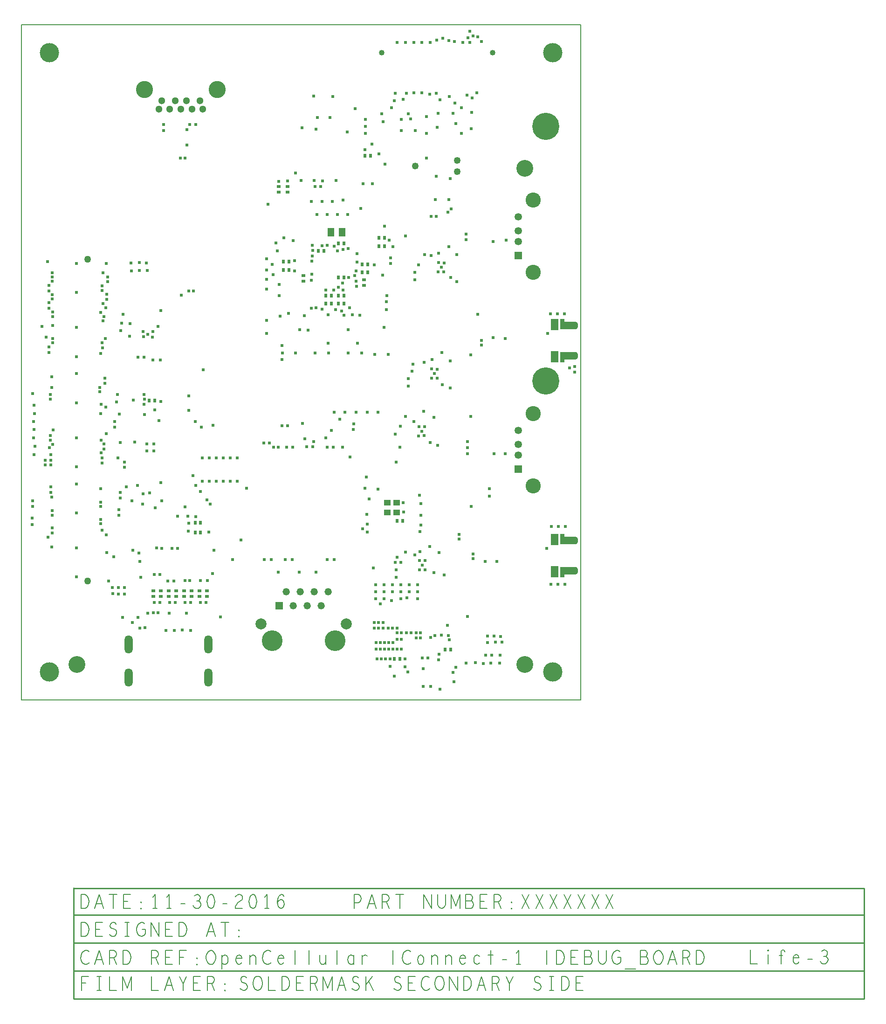
<source format=gbr>
G04 ================== begin FILE IDENTIFICATION RECORD ==================*
G04 Layout Name:  D:/shamshu/Dburg/final/OC_Connect-1_DEBUG_Life-3_final.brd*
G04 Film Name:    smse.gbr*
G04 File Format:  Gerber RS274X*
G04 File Origin:  Cadence Allegro 16.6-2015-S060*
G04 Origin Date:  Thu Dec 01 02:08:26 2016*
G04 *
G04 Layer:  VIA CLASS/SOLDERMASK_BOTTOM*
G04 Layer:  PIN/SOLDERMASK_BOTTOM*
G04 Layer:  PACKAGE GEOMETRY/SOLDERMASK_BOTTOM*
G04 Layer:  DRAWING FORMAT/SMSE*
G04 Layer:  DRAWING FORMAT/FILM_LABEL_OUTLINE*
G04 Layer:  BOARD GEOMETRY/OUTLINE*
G04 Layer:  BOARD GEOMETRY/SOLDERMASK_BOTTOM*
G04 *
G04 Offset:    (0.000 0.000)*
G04 Mirror:    No*
G04 Mode:      Positive*
G04 Rotation:  0*
G04 FullContactRelief:  No*
G04 UndefLineWidth:     6.000*
G04 ================== end FILE IDENTIFICATION RECORD ====================*
%FSLAX25Y25*MOIN*%
%IR0*IPPOS*OFA0.00000B0.00000*MIA0B0*SFA1.00000B1.00000*%
%AMMACRO32*
4,1,23,-.062008,.035925,
.050071,.035925,
.052666,.035031,
.055067,.0337,
.0572,.031973,
.059001,.029901,
.060415,.027548,
.061398,.024985,
.061922,.022291,
.062008,.020645,
.062008,.000397,
.061769,-.002338,
.061058,-.004989,
.059898,-.007477,
.058324,-.009726,
.056383,-.011667,
.054134,-.013242,
.051646,-.014402,
.048995,-.015112,
.047984,-.015257,
-.034449,-.015257,
-.034449,-.035926,
-.062008,-.035926,
-.062008,.035925,
0.0*
%
%ADD32MACRO32*%
%ADD12O,.059X.13*%
%ADD13C,.12*%
%AMMACRO33*
4,1,23,-.062008,-.035926,
.050071,-.035926,
.052666,-.035032,
.055067,-.033701,
.0572,-.031974,
.059001,-.029902,
.060415,-.027549,
.061398,-.024986,
.061922,-.022292,
.062008,-.020646,
.062008,-.000398,
.061769,.002337,
.061058,.004988,
.059898,.007476,
.058324,.009725,
.056383,.011666,
.054134,.013241,
.051646,.014401,
.048995,.015111,
.047984,.015256,
-.034449,.015256,
-.034449,.035925,
-.062008,.035925,
-.062008,-.035926,
0.0*
%
%ADD33MACRO33*%
%ADD27C,.108*%
%ADD22C,.148*%
%ADD31C,.194*%
%ADD15C,.122047*%
%ADD10C,.137795*%
%ADD16R,.03X.024*%
%ADD17R,.024X.03*%
%ADD14C,.05*%
%ADD11C,.024*%
%ADD23R,.051X.059*%
%ADD20C,.052*%
%ADD30C,.053*%
%ADD26C,.04016*%
%ADD19R,.052X.052*%
%ADD29R,.053X.053*%
%ADD21C,.079*%
%ADD18C,.051181*%
%ADD25C,.04937*%
%ADD24R,.045276X.043307*%
%ADD28R,.055118X.07874*%
%ADD34C,.01*%
%ADD35C,.006*%
G75*
%LPD*%
G75*
G54D10*
X20000Y20000D03*
Y462677D03*
X380000Y20000D03*
Y462677D03*
G54D20*
X189218Y77500D03*
X194218Y67500D03*
X199218Y77500D03*
X204218Y67500D03*
X209218Y77500D03*
X214218Y67500D03*
X219218Y77500D03*
G54D11*
X7500Y125500D03*
Y130000D03*
X7922Y142235D03*
X8000Y138500D03*
Y219000D03*
X9000Y175500D03*
Y193500D03*
X8500Y187500D03*
X9500Y181500D03*
X8500Y199075D03*
X9000Y210575D03*
X9250Y204750D03*
X72250Y59000D03*
X84518Y51500D03*
X79387Y55432D03*
X83318Y59000D03*
X73718Y75700D03*
X69318Y75800D03*
X65118Y75900D03*
X39218Y133750D03*
Y108750D03*
Y88000D03*
X62218Y85032D03*
X85153Y87565D03*
X21000Y148500D03*
X21500Y144875D03*
X22000Y135500D03*
Y132000D03*
Y123000D03*
Y119500D03*
X56500Y141500D03*
Y138500D03*
Y129000D03*
Y126000D03*
X84000Y105000D03*
X61000Y105500D03*
X79000Y142500D03*
X73618Y80500D03*
X69418D03*
X65100D03*
X79500Y107000D03*
X66000Y102500D03*
X84518Y99000D03*
X70500Y148500D03*
X69500Y136000D03*
X70500Y144500D03*
X69500Y132000D03*
X60500Y118000D03*
X21500Y109500D03*
X57500Y121500D03*
X19000Y116500D03*
X39218Y212500D03*
Y187500D03*
Y166750D03*
Y154500D03*
X21500Y223500D03*
X22225Y182662D03*
X19787Y180293D03*
X21000Y152500D03*
X56500Y151000D03*
X60250Y209250D03*
X60500Y190500D03*
X56000Y223500D03*
Y220500D03*
X57000Y185825D03*
X56876Y176845D03*
X70000Y204500D03*
X69000Y173000D03*
X75000Y152500D03*
X70500Y184000D03*
X81000Y184500D03*
X22500Y193000D03*
X56945Y211315D03*
X56500Y204725D03*
X73500Y166500D03*
X83000Y153500D03*
X73500Y170000D03*
X79950Y214500D03*
X68000Y213000D03*
X66500Y195000D03*
Y199000D03*
X20500Y215000D03*
Y218500D03*
X57500Y169500D03*
Y173000D03*
X68500Y218500D03*
X59000Y179500D03*
X20503Y185594D03*
X21000Y168000D03*
X17000D03*
X21000Y171500D03*
X17000D03*
X21000Y175375D03*
X20500Y188994D03*
X59000Y183000D03*
X14500Y267000D03*
X39218Y245500D03*
Y266250D03*
Y291250D03*
X22218Y255250D03*
Y258400D03*
Y267850D03*
Y274150D03*
Y277300D03*
X22000Y286625D03*
Y289775D03*
X56736Y247700D03*
X57736Y255500D03*
X57836Y251700D03*
X58218Y270875D03*
Y283475D03*
X60436Y280325D03*
X57736Y292800D03*
X57626Y296198D03*
X39218Y233250D03*
X83218Y244900D03*
X72618Y275800D03*
X21500Y231000D03*
X19500Y279900D03*
Y283900D03*
X61000Y286500D03*
Y290000D03*
X19500Y292500D03*
Y296500D03*
X59037Y274175D03*
X56675Y277175D03*
X19500Y248500D03*
X59500Y226500D03*
X19500Y252500D03*
X59500Y230000D03*
X77418Y259900D03*
X60000Y258275D03*
X17500Y259500D03*
X71000Y264000D03*
X71500Y269500D03*
X77518Y269200D03*
X39218Y312000D03*
X22000Y299350D03*
X58218Y305525D03*
X22000Y305500D03*
Y302500D03*
X60500Y312000D03*
X61500Y299000D03*
Y302500D03*
X18500Y313500D03*
X78518Y306800D03*
X84418Y307100D03*
X84218Y312700D03*
X78418Y312500D03*
X103118Y49659D03*
X109118Y49700D03*
X114918Y50100D03*
X121018Y49659D03*
X90118Y62100D03*
X117918Y62200D03*
X105682Y62000D03*
X142126Y59500D03*
X97716Y62390D03*
X94318Y62500D03*
X88218Y51600D03*
X94868Y69650D03*
X99008D03*
X105918Y69700D03*
X110058D03*
X116918D03*
X121058D03*
X127918D03*
X132058D03*
X100387Y108300D03*
X107649D03*
X111618Y131282D03*
X87000Y147500D03*
X117000Y138000D03*
X136500Y90500D03*
X156874Y114500D03*
X94798Y89700D03*
X98938D03*
X104600Y85000D03*
X109034Y85200D03*
X116917Y85299D03*
X120333D03*
X127917D03*
X132800Y85300D03*
X134000Y120000D03*
X124500Y131000D03*
X119168Y120750D03*
X119518Y126300D03*
X135000Y140000D03*
X111618Y108300D03*
X128000Y149000D03*
X86500Y140000D03*
X100118Y142500D03*
X95500Y137500D03*
X96450Y108800D03*
X132500Y143000D03*
X137500Y107000D03*
X151000Y100500D03*
X91500Y148000D03*
X119000Y131500D03*
X129218Y156400D03*
X154218D03*
X149218D03*
X144218D03*
X139218D03*
X134218D03*
X119718Y217500D03*
X124218Y199000D03*
X87918Y204000D03*
X87718Y211500D03*
X87818Y215100D03*
X99500Y155500D03*
X124500Y153500D03*
X98218Y199740D03*
X128500Y195000D03*
X95187Y207500D03*
X119718Y207000D03*
X122500Y160500D03*
X87618Y218500D03*
X137000Y196500D03*
X99500Y213500D03*
X89500Y178000D03*
X94500D03*
Y183000D03*
X129418Y173000D03*
X134418D03*
X154418D03*
X149418D03*
X144418D03*
X139418D03*
X89500Y183000D03*
X93518Y259500D03*
X93818Y263500D03*
X87018D03*
X87118Y259700D03*
X90418Y261500D03*
X114418Y289500D03*
X99500Y278300D03*
X99418Y242932D03*
X93918D03*
X87718Y245200D03*
X130000Y236000D03*
X119568Y292450D03*
X122968D03*
X97718Y266900D03*
X89818Y307100D03*
X89418Y312500D03*
X118418Y407677D03*
Y396677D03*
X113500Y387500D03*
X101557Y411443D03*
X120242Y411206D03*
X101557Y407151D03*
X124534Y411206D03*
X117000Y387500D03*
X210710Y91523D03*
X198718Y91532D03*
X183718D03*
X223718Y100442D03*
X218718D03*
X193718D03*
X178718D03*
X173718D03*
X188718D03*
X200962Y197700D03*
X183718Y180668D03*
X202618Y186800D03*
X229718Y180668D03*
X231362Y205604D03*
X223488D03*
X227518Y200668D03*
X217518Y187268D03*
X190118Y196200D03*
X161000Y151500D03*
X186150Y196100D03*
X221618Y192800D03*
X208884Y184866D03*
X180322Y180828D03*
X177288Y183535D03*
X222818Y180800D03*
X173148Y183535D03*
X208218Y181200D03*
X189568Y180850D03*
X204078Y181200D03*
X218600Y180800D03*
X193900Y180700D03*
X195961Y247900D03*
X219583D03*
X186449D03*
X210071D03*
X184150Y289200D03*
X184250Y297200D03*
X175250Y293800D03*
X217718Y293000D03*
X229818Y293100D03*
X219218Y254932D03*
X226518Y294900D03*
X186218Y253400D03*
X186118Y243500D03*
X230718Y275200D03*
X219218Y275300D03*
X202218Y274800D03*
X175118Y271500D03*
X190818Y276400D03*
X223218Y293000D03*
X224568Y279150D03*
X228950Y278104D03*
X175418Y262000D03*
X199018Y264700D03*
X205018Y264500D03*
X207118Y280200D03*
X210736Y280300D03*
X214989Y279471D03*
X185018Y274400D03*
X200000Y371500D03*
X215200Y371200D03*
X175250Y300600D03*
Y307400D03*
Y315400D03*
X182087Y326700D03*
X194218Y328232D03*
X187718Y330417D03*
X225918Y347168D03*
X218697D03*
X211218Y347200D03*
X222418Y356468D03*
X214918D03*
X207418D03*
X225918Y321200D03*
X179835Y303906D03*
X179401Y311265D03*
X207228Y300038D03*
X207918Y317300D03*
X209200Y371300D03*
X224800D03*
X176118Y354500D03*
X229618Y298100D03*
X195318Y313900D03*
X195118Y306700D03*
X229818Y322100D03*
X182918Y321100D03*
X208418Y321300D03*
X207718Y304400D03*
X230018Y357500D03*
X233318Y347200D03*
X207768Y313850D03*
X223613Y324500D03*
X218718Y325200D03*
X214818Y324800D03*
X207828Y325190D03*
X183900Y370800D03*
X190200Y370900D03*
X214000Y367200D03*
X209968Y366900D03*
X211700Y416500D03*
X210500Y408000D03*
X200500Y409000D03*
X220600Y416500D03*
X208900Y431600D03*
X196000Y376800D03*
X232800Y406000D03*
X222500Y431500D03*
X305918Y42900D03*
X305218Y46200D03*
X300218Y46500D03*
X295518Y46200D03*
X282218Y44500D03*
X285218D03*
X268718Y51500D03*
X255218D03*
X258718D03*
X262218D03*
X265218D03*
X274218Y23732D03*
X252218Y55500D03*
X255218D03*
X278718Y48000D03*
X285218D03*
X282218D03*
X275218D03*
X271718D03*
X268718D03*
X252218Y51500D03*
X292550Y44542D03*
X271718Y43500D03*
X266718Y16968D03*
X263550Y24000D03*
X258718Y55500D03*
X268718Y43500D03*
X290718Y30000D03*
X286718D03*
X287218Y22500D03*
X283318Y72300D03*
X271318D03*
X259318D03*
X253318D03*
X275718Y73100D03*
X256718Y68853D03*
X264718Y70987D03*
X299218Y7647D03*
X292718Y9832D03*
X287218D03*
X253718Y41000D03*
X268718Y36500D03*
X265718D03*
X262718D03*
X271718D03*
X259718Y41000D03*
X262718D03*
X265718D03*
X256718D03*
X253718Y36500D03*
X256718D03*
X259718D03*
X254218Y29500D03*
X257218D03*
X260218D03*
X263550D03*
X298718Y32816D03*
X274218Y29500D03*
X298365Y28700D03*
X276218Y20000D03*
X304618Y53300D03*
X286518Y96500D03*
X284618Y99700D03*
X288518Y99600D03*
X284518Y93200D03*
X288518Y93100D03*
X247250Y125700D03*
Y120100D03*
X244018Y122232D03*
X251571Y94500D03*
X246950Y132800D03*
X274718Y105613D03*
X302218Y89432D03*
X298518Y105513D03*
X285618Y125200D03*
X284718Y146400D03*
X285518Y140400D03*
X285589Y131916D03*
X273247Y134484D03*
X281234Y103635D03*
X285018Y106144D03*
X268618Y102000D03*
X267118Y98500D03*
X271218Y98476D03*
X267850Y93200D03*
Y87700D03*
X283318Y77300D03*
X277318D03*
X271318D03*
X265318D03*
X259318D03*
X253318D03*
X283318Y82300D03*
X277318D03*
X271318D03*
X265318D03*
X259318D03*
X253318D03*
X295018Y91044D03*
X292018Y109600D03*
X248618Y143800D03*
X285000Y120500D03*
X273000Y141000D03*
X287918Y189000D03*
X283968Y188700D03*
X288118Y195300D03*
X284218Y195400D03*
X286118Y192200D03*
X297518Y182032D03*
X274518Y202868D03*
X306718Y223132D03*
X267818Y170200D03*
X254984Y205604D03*
X247110D03*
X239236D03*
X254818Y150768D03*
X280729Y199108D03*
X287581Y206500D03*
X270550Y180800D03*
X267350Y190200D03*
X271018Y195700D03*
X237487Y197468D03*
X245518Y151500D03*
X246518Y159500D03*
X292418Y184200D03*
X294818Y202200D03*
X237318Y193532D03*
X234818Y173632D03*
X260887Y278900D03*
X295318Y233400D03*
X293418Y236600D03*
X297318Y236500D03*
X293168Y229900D03*
X297118Y230200D03*
X261249Y288900D03*
X260987Y284700D03*
X252662Y247000D03*
X233693Y247900D03*
X262174Y247000D03*
X243205Y247900D03*
X280018Y240100D03*
X306718Y242469D03*
X287918Y241500D03*
X239618Y295700D03*
X293581Y243300D03*
X276550Y224300D03*
Y229800D03*
X279218Y235200D03*
X240318Y255100D03*
X300618Y248300D03*
X301018Y225400D03*
X259418Y266500D03*
X234500Y280500D03*
X233518Y264700D03*
X236500Y275500D03*
X242018Y274900D03*
X274618Y331700D03*
X233887Y301900D03*
X300118Y309400D03*
X298218Y312600D03*
X302118Y312500D03*
X297968Y305900D03*
X301918Y306200D03*
X258318Y303778D03*
X305774Y357800D03*
X295974D03*
X288418Y318368D03*
X293018Y317600D03*
X262918Y328700D03*
X259587Y338600D03*
X239318Y306800D03*
X252218Y311000D03*
X244300Y369100D03*
X251000Y369000D03*
X298281Y319300D03*
X281250Y300300D03*
Y305800D03*
X283918Y311200D03*
X264018Y312147D03*
Y316152D03*
X305718Y324000D03*
X306918Y302200D03*
X239118Y299300D03*
X239818Y312950D03*
X238318Y303500D03*
X296718Y345800D03*
X239918Y319000D03*
X242718Y351500D03*
X293056Y345800D03*
X304787Y348669D03*
X233518Y322800D03*
X265700Y324100D03*
X278437Y415500D03*
X257532Y418969D03*
X276468Y419032D03*
X289563Y405000D03*
X299350Y429050D03*
X296600Y433700D03*
X292000Y433000D03*
X286406Y434100D03*
X306618Y372700D03*
X296718Y374300D03*
X289718Y387500D03*
X255500Y390500D03*
X245500Y393500D03*
X267200Y433700D03*
X275400D03*
X280500Y434100D03*
X238700Y422800D03*
X289500Y417000D03*
X258500Y413500D03*
X297294Y409500D03*
X260000Y383000D03*
X264500Y423500D03*
X273000Y429500D03*
X271500Y407000D03*
X266500Y428500D03*
X246000Y405132D03*
Y410131D03*
X250700Y397300D03*
X246000Y415131D03*
X306095Y431300D03*
X271500Y415000D03*
X281668Y407000D03*
X298000Y419500D03*
X268698Y470100D03*
X274604D03*
X280509D03*
X286415D03*
X292320D03*
X297100Y471700D03*
X305516Y471484D03*
X301400Y472900D03*
X343518Y41500D03*
X338818Y41400D03*
X333418Y41000D03*
X342618Y45500D03*
X338018Y45700D03*
X333118Y45600D03*
X318818Y59700D03*
X309218Y13032D03*
X310518Y23500D03*
X308552Y19658D03*
X331918Y31900D03*
X336318Y32100D03*
X342118D03*
X341918Y26300D03*
X335718D03*
X330218Y26200D03*
X317918Y26300D03*
X324718Y26600D03*
X378818Y124100D03*
X378618Y82600D03*
X339794Y99000D03*
X331642D03*
X321618Y138400D03*
X375618Y108300D03*
X322818Y100900D03*
X313038Y118500D03*
X322818Y104300D03*
X313038Y115100D03*
X334596Y145655D03*
X346092Y175926D03*
X337940D03*
X318787Y184800D03*
X321318Y202700D03*
X318918Y176100D03*
Y180400D03*
X334579Y151155D03*
X378218Y275900D03*
X346092Y258400D03*
X337218Y259100D03*
X326118Y275800D03*
X376118Y261900D03*
X329018Y253700D03*
X328918Y257173D03*
X321318Y246700D03*
X346718Y328626D03*
X337168Y327650D03*
X311418Y299132D03*
Y318468D03*
X318017Y329199D03*
X317916Y332894D03*
X307418Y351000D03*
X310706Y412000D03*
X321468Y408532D03*
X325776Y434100D03*
X318700Y432500D03*
X308500Y419500D03*
X322000Y420000D03*
X322400Y430500D03*
X310032Y426800D03*
X314500Y405000D03*
Y423500D03*
X315700Y470100D03*
X329000Y470700D03*
X319343Y473450D03*
X322900Y474700D03*
X326300Y473900D03*
X320700Y470200D03*
X320500Y478100D03*
X309700Y470600D03*
X388818Y124100D03*
X383818D03*
X388618Y82600D03*
X383618D03*
X388218Y275900D03*
X383218D03*
X395500Y238500D03*
Y234500D03*
X392000Y237500D03*
G54D21*
X171226Y54508D03*
X232210D03*
G54D30*
X355118Y174942D03*
Y182816D03*
Y192659D03*
Y327642D03*
Y335516D03*
Y345359D03*
G54D12*
X76475Y16103D03*
Y39567D03*
X133561Y16103D03*
Y39567D03*
G54D31*
X374998Y228000D03*
Y410038D03*
G54D22*
X179218Y42500D03*
X224218D03*
G54D13*
X39718Y25300D03*
X360000D03*
Y380000D03*
G54D23*
X221381Y334400D03*
X229255D03*
G54D14*
X47218Y84875D03*
Y315125D03*
G54D32*
X391479Y91442D03*
Y245042D03*
G54D24*
X261653Y141000D03*
X268346D03*
X261653Y134000D03*
X268346D03*
G54D15*
X88052Y436282D03*
X139784D03*
G54D33*
X391479Y114965D03*
Y268565D03*
G54D34*
G01X37218Y-193700D02*
X602518D01*
G01X37218Y-213700D02*
X602718D01*
Y-134771D01*
G01X37218Y-173700D02*
X602718D01*
G01X37218Y-153700D02*
X602618D01*
G01X37218Y-134300D02*
Y-213700D01*
G01Y-134500D02*
X602718D01*
G54D25*
X281618Y381600D03*
X311618Y377600D03*
Y385600D03*
G54D16*
X116118Y74032D03*
X121618D03*
X105118D03*
X110618D03*
X127118D03*
X132618D03*
X94118D03*
X99618D03*
X116118Y77968D03*
X121618D03*
X105118D03*
X110618D03*
X127118D03*
X132618D03*
X94118D03*
X99618D03*
X183800Y366968D03*
Y363032D03*
X190300Y366968D03*
Y363032D03*
X201518Y303400D03*
Y299463D03*
X244818Y296332D03*
Y300268D03*
G54D35*
G01X0Y0D02*
X400000D01*
Y482677D01*
X0D01*
Y0D01*
G01X42718Y-149000D02*
Y-139000D01*
X45218D01*
X46218Y-139500D01*
X46968Y-140167D01*
X47593Y-141166D01*
X48093Y-142334D01*
X48218Y-144000D01*
X48093Y-145667D01*
X47593Y-146834D01*
X46968Y-147834D01*
X46218Y-148500D01*
X45218Y-149000D01*
X42718D01*
G01X52343D02*
X55468Y-139000D01*
X58593Y-149000D01*
G01X57468Y-145500D02*
X53468D01*
G01X65468Y-139000D02*
Y-149000D01*
G01X62593Y-139000D02*
X68343D01*
G01X77968Y-149000D02*
X72968D01*
Y-139000D01*
X77968D01*
G01X75968Y-143833D02*
X72968D01*
G01X85468Y-149333D02*
X85218Y-149167D01*
Y-148833D01*
X85468Y-148667D01*
X85718Y-148833D01*
Y-149167D01*
X85468Y-149333D01*
G01Y-144834D02*
X85218Y-144667D01*
Y-144333D01*
X85468Y-144167D01*
X85718Y-144333D01*
Y-144667D01*
X85468Y-144834D01*
G01X95468Y-149000D02*
Y-139000D01*
X93968Y-141000D01*
G01Y-149000D02*
X96968D01*
G01X105468D02*
Y-139000D01*
X103968Y-141000D01*
G01Y-149000D02*
X106968D01*
G01X113843Y-145667D02*
X117093D01*
G01X122718Y-147000D02*
X123468Y-148167D01*
X124468Y-148833D01*
X125593Y-149000D01*
X126593Y-148833D01*
X127593Y-148000D01*
X128218Y-147000D01*
X128343Y-146000D01*
X128093Y-144834D01*
X127218Y-144000D01*
X126343Y-143667D01*
X125218D01*
G01X126343D02*
X127093Y-143167D01*
X127718Y-142334D01*
X127968Y-141333D01*
X127718Y-140333D01*
X127093Y-139500D01*
X125968Y-139000D01*
X124843Y-139167D01*
X123718Y-139834D01*
G01X135468Y-139000D02*
X134468Y-139333D01*
X133718Y-140167D01*
X133218Y-141166D01*
X132843Y-142500D01*
X132718Y-144000D01*
X132843Y-145500D01*
X133218Y-146834D01*
X133718Y-147834D01*
X134468Y-148667D01*
X135468Y-149000D01*
X136468Y-148667D01*
X137218Y-147834D01*
X137718Y-146834D01*
X138093Y-145500D01*
X138218Y-144000D01*
X138093Y-142500D01*
X137718Y-141166D01*
X137218Y-140167D01*
X136468Y-139333D01*
X135468Y-139000D01*
G01X143843Y-145667D02*
X147093D01*
G01X153093Y-140667D02*
X153843Y-139667D01*
X154718Y-139167D01*
X155718Y-139000D01*
X156968Y-139333D01*
X157843Y-140167D01*
X158093Y-141166D01*
X157968Y-142167D01*
X157468Y-143000D01*
X154968Y-144667D01*
X153843Y-145833D01*
X153093Y-147500D01*
X152843Y-149000D01*
X158093D01*
G01X165468Y-139000D02*
X164468Y-139333D01*
X163718Y-140167D01*
X163218Y-141166D01*
X162843Y-142500D01*
X162718Y-144000D01*
X162843Y-145500D01*
X163218Y-146834D01*
X163718Y-147834D01*
X164468Y-148667D01*
X165468Y-149000D01*
X166468Y-148667D01*
X167218Y-147834D01*
X167718Y-146834D01*
X168093Y-145500D01*
X168218Y-144000D01*
X168093Y-142500D01*
X167718Y-141166D01*
X167218Y-140167D01*
X166468Y-139333D01*
X165468Y-139000D01*
G01X175468Y-149000D02*
Y-139000D01*
X173968Y-141000D01*
G01Y-149000D02*
X176968D01*
G01X183093Y-144834D02*
X183968Y-143667D01*
X184718Y-143000D01*
X185718Y-142667D01*
X186593Y-143000D01*
X187218Y-143667D01*
X187718Y-144667D01*
X187843Y-145833D01*
X187718Y-146834D01*
X187218Y-147834D01*
X186468Y-148667D01*
X185593Y-149000D01*
X184593Y-148667D01*
X183718Y-147667D01*
X183218Y-146167D01*
X183093Y-144500D01*
X183343Y-142334D01*
X183718Y-141166D01*
X184343Y-140000D01*
X185218Y-139167D01*
X186093Y-139000D01*
X186968Y-139333D01*
X187593Y-140167D01*
G01X42718Y-169000D02*
Y-159000D01*
X45218D01*
X46218Y-159500D01*
X46968Y-160167D01*
X47593Y-161166D01*
X48093Y-162334D01*
X48218Y-164000D01*
X48093Y-165667D01*
X47593Y-166834D01*
X46968Y-167834D01*
X46218Y-168500D01*
X45218Y-169000D01*
X42718D01*
G01X57968D02*
X52968D01*
Y-159000D01*
X57968D01*
G01X55968Y-163833D02*
X52968D01*
G01X62843Y-167667D02*
X63843Y-168500D01*
X64968Y-169000D01*
X65968D01*
X66968Y-168500D01*
X67718Y-167667D01*
X68093Y-166500D01*
X67843Y-165334D01*
X67218Y-164333D01*
X66093Y-163667D01*
X64593Y-163333D01*
X63718Y-162667D01*
X63343Y-161500D01*
X63593Y-160333D01*
X64218Y-159500D01*
X65093Y-159000D01*
X65968D01*
X66843Y-159333D01*
X67593Y-160167D01*
G01X73968Y-159000D02*
X76968D01*
G01X75468D02*
Y-169000D01*
G01X73968D02*
X76968D01*
G01X86218Y-164000D02*
X88718D01*
Y-167000D01*
X87968Y-168000D01*
X87093Y-168667D01*
X85843Y-169000D01*
X84593Y-168667D01*
X83718Y-168000D01*
X82968Y-167000D01*
X82468Y-165833D01*
X82218Y-164500D01*
Y-163333D01*
X82468Y-162334D01*
X82968Y-161166D01*
X83718Y-160167D01*
X84468Y-159500D01*
X85468Y-159000D01*
X86343D01*
X87343Y-159333D01*
X88093Y-160000D01*
G01X92593Y-169000D02*
Y-159000D01*
X98343Y-169000D01*
Y-159000D01*
G01X107968Y-169000D02*
X102968D01*
Y-159000D01*
X107968D01*
G01X105968Y-163833D02*
X102968D01*
G01X112718Y-169000D02*
Y-159000D01*
X115218D01*
X116218Y-159500D01*
X116968Y-160167D01*
X117593Y-161166D01*
X118093Y-162334D01*
X118218Y-164000D01*
X118093Y-165667D01*
X117593Y-166834D01*
X116968Y-167834D01*
X116218Y-168500D01*
X115218Y-169000D01*
X112718D01*
G01X132343D02*
X135468Y-159000D01*
X138593Y-169000D01*
G01X137468Y-165500D02*
X133468D01*
G01X145468Y-159000D02*
Y-169000D01*
G01X142593Y-159000D02*
X148343D01*
G01X155468Y-169333D02*
X155218Y-169167D01*
Y-168833D01*
X155468Y-168667D01*
X155718Y-168833D01*
Y-169167D01*
X155468Y-169333D01*
G01Y-164834D02*
X155218Y-164667D01*
Y-164333D01*
X155468Y-164167D01*
X155718Y-164333D01*
Y-164667D01*
X155468Y-164834D01*
G01X43093Y-207500D02*
Y-197500D01*
X47843D01*
G01X46093Y-202333D02*
X43093D01*
G01X53968Y-197500D02*
X56968D01*
G01X55468D02*
Y-207500D01*
G01X53968D02*
X56968D01*
G01X62968Y-197500D02*
Y-207500D01*
X67968D01*
G01X72218D02*
Y-197500D01*
X75468Y-205833D01*
X78718Y-197500D01*
Y-207500D01*
G01X92968Y-197500D02*
Y-207500D01*
X97968D01*
G01X102343D02*
X105468Y-197500D01*
X108593Y-207500D01*
G01X107468Y-204000D02*
X103468D01*
G01X115468Y-207500D02*
Y-203000D01*
X112968Y-197500D01*
G01X117968D02*
X115468Y-203000D01*
G01X127968Y-207500D02*
X122968D01*
Y-197500D01*
X127968D01*
G01X125968Y-202333D02*
X122968D01*
G01X132968Y-207500D02*
Y-197500D01*
X136093D01*
X137093Y-198000D01*
X137718Y-198667D01*
X137968Y-200000D01*
X137718Y-201333D01*
X136968Y-202167D01*
X136093Y-202667D01*
X132968D01*
G01X136093D02*
X137968Y-207500D01*
G01X145468Y-207833D02*
X145218Y-207667D01*
Y-207333D01*
X145468Y-207167D01*
X145718Y-207333D01*
Y-207667D01*
X145468Y-207833D01*
G01Y-203334D02*
X145218Y-203167D01*
Y-202833D01*
X145468Y-202667D01*
X145718Y-202833D01*
Y-203167D01*
X145468Y-203334D01*
G01X48218Y-179834D02*
X47468Y-179333D01*
X46593Y-179000D01*
X45593D01*
X44468Y-179500D01*
X43593Y-180333D01*
X42968Y-181333D01*
X42468Y-183000D01*
X42343Y-184500D01*
X42593Y-186000D01*
X42968Y-187000D01*
X43718Y-188000D01*
X44593Y-188667D01*
X45468Y-189000D01*
X46343D01*
X47218Y-188667D01*
X47968Y-188167D01*
X48593Y-187500D01*
G01X52343Y-189000D02*
X55468Y-179000D01*
X58593Y-189000D01*
G01X57468Y-185500D02*
X53468D01*
G01X62968Y-189000D02*
Y-179000D01*
X66093D01*
X67093Y-179500D01*
X67718Y-180167D01*
X67968Y-181500D01*
X67718Y-182833D01*
X66968Y-183667D01*
X66093Y-184167D01*
X62968D01*
G01X66093D02*
X67968Y-189000D01*
G01X72718D02*
Y-179000D01*
X75218D01*
X76218Y-179500D01*
X76968Y-180167D01*
X77593Y-181166D01*
X78093Y-182334D01*
X78218Y-184000D01*
X78093Y-185667D01*
X77593Y-186834D01*
X76968Y-187834D01*
X76218Y-188500D01*
X75218Y-189000D01*
X72718D01*
G01X92968D02*
Y-179000D01*
X96093D01*
X97093Y-179500D01*
X97718Y-180167D01*
X97968Y-181500D01*
X97718Y-182833D01*
X96968Y-183667D01*
X96093Y-184167D01*
X92968D01*
G01X96093D02*
X97968Y-189000D01*
G01X107968D02*
X102968D01*
Y-179000D01*
X107968D01*
G01X105968Y-183833D02*
X102968D01*
G01X113093Y-189000D02*
Y-179000D01*
X117843D01*
G01X116093Y-183833D02*
X113093D01*
G01X125468Y-189333D02*
X125218Y-189167D01*
Y-188833D01*
X125468Y-188667D01*
X125718Y-188833D01*
Y-189167D01*
X125468Y-189333D01*
G01Y-184834D02*
X125218Y-184667D01*
Y-184333D01*
X125468Y-184167D01*
X125718Y-184333D01*
Y-184667D01*
X125468Y-184834D01*
G01X135468Y-189000D02*
X134468Y-188833D01*
X133593Y-188167D01*
X132843Y-187167D01*
X132343Y-186000D01*
X132093Y-184667D01*
Y-183333D01*
X132343Y-182000D01*
X132843Y-180833D01*
X133593Y-179834D01*
X134468Y-179167D01*
X135468Y-179000D01*
X136468Y-179167D01*
X137343Y-179834D01*
X138093Y-180833D01*
X138593Y-182000D01*
X138843Y-183333D01*
Y-184667D01*
X138593Y-186000D01*
X138093Y-187167D01*
X137343Y-188167D01*
X136468Y-188833D01*
X135468Y-189000D01*
G01X143218Y-192333D02*
Y-182334D01*
G01Y-183833D02*
X143843Y-183000D01*
X144468Y-182500D01*
X145468Y-182334D01*
X146343Y-182500D01*
X147218Y-183333D01*
X147593Y-184500D01*
X147718Y-185667D01*
X147593Y-186834D01*
X147218Y-188000D01*
X146468Y-188667D01*
X145468Y-189000D01*
X144593Y-188833D01*
X143718Y-188334D01*
X143218Y-187667D01*
G01X153593Y-184500D02*
X157593D01*
X157218Y-183333D01*
X156593Y-182667D01*
X155718Y-182334D01*
X154843Y-182500D01*
X154093Y-183000D01*
X153593Y-184167D01*
X153343Y-185167D01*
Y-186167D01*
X153593Y-187167D01*
X154218Y-188167D01*
X154968Y-188833D01*
X155843Y-189000D01*
X156718Y-188667D01*
X157593Y-187667D01*
G01X163343Y-189000D02*
Y-182334D01*
G01Y-184000D02*
X163843Y-183167D01*
X164593Y-182500D01*
X165593Y-182334D01*
X166468Y-182500D01*
X167218Y-183167D01*
X167593Y-184333D01*
Y-189000D01*
G01X178218Y-179834D02*
X177468Y-179333D01*
X176593Y-179000D01*
X175593D01*
X174468Y-179500D01*
X173593Y-180333D01*
X172968Y-181333D01*
X172468Y-183000D01*
X172343Y-184500D01*
X172593Y-186000D01*
X172968Y-187000D01*
X173718Y-188000D01*
X174593Y-188667D01*
X175468Y-189000D01*
X176343D01*
X177218Y-188667D01*
X177968Y-188167D01*
X178593Y-187500D01*
G01X183593Y-184500D02*
X187593D01*
X187218Y-183333D01*
X186593Y-182667D01*
X185718Y-182334D01*
X184843Y-182500D01*
X184093Y-183000D01*
X183593Y-184167D01*
X183343Y-185167D01*
Y-186167D01*
X183593Y-187167D01*
X184218Y-188167D01*
X184968Y-188833D01*
X185843Y-189000D01*
X186718Y-188667D01*
X187593Y-187667D01*
G01X195468Y-189000D02*
Y-179000D01*
G01X205468Y-189000D02*
Y-179000D01*
G01X213343Y-182334D02*
Y-187000D01*
X213843Y-188167D01*
X214593Y-188833D01*
X215468Y-189000D01*
X216343Y-188833D01*
X217093Y-188167D01*
X217593Y-187000D01*
G01Y-189000D02*
Y-182334D01*
G01X225468Y-189000D02*
Y-179000D01*
G01X237718Y-189000D02*
Y-182334D01*
G01Y-183500D02*
X237218Y-182833D01*
X236468Y-182500D01*
X235593Y-182334D01*
X234718Y-182667D01*
X233968Y-183333D01*
X233468Y-184333D01*
X233218Y-185667D01*
X233468Y-187000D01*
X233968Y-188000D01*
X234718Y-188667D01*
X235593Y-189000D01*
X236468Y-188833D01*
X237218Y-188334D01*
X237718Y-187667D01*
G01X243718Y-189000D02*
Y-182334D01*
G01Y-183667D02*
X244343Y-183000D01*
X244968Y-182500D01*
X245843Y-182334D01*
X246468Y-182500D01*
X247218Y-183000D01*
G01X265468Y-189000D02*
Y-179000D01*
G01X278218Y-179834D02*
X277468Y-179333D01*
X276593Y-179000D01*
X275593D01*
X274468Y-179500D01*
X273593Y-180333D01*
X272968Y-181333D01*
X272468Y-183000D01*
X272343Y-184500D01*
X272593Y-186000D01*
X272968Y-187000D01*
X273718Y-188000D01*
X274593Y-188667D01*
X275468Y-189000D01*
X276343D01*
X277218Y-188667D01*
X277968Y-188167D01*
X278593Y-187500D01*
G01X285468Y-189000D02*
X284718Y-188833D01*
X283968Y-188167D01*
X283468Y-187000D01*
X283218Y-185667D01*
X283468Y-184333D01*
X283968Y-183167D01*
X284718Y-182500D01*
X285468Y-182334D01*
X286218Y-182500D01*
X286968Y-183167D01*
X287468Y-184333D01*
X287593Y-185667D01*
X287468Y-187000D01*
X286968Y-188167D01*
X286218Y-188833D01*
X285468Y-189000D01*
G01X293343D02*
Y-182334D01*
G01Y-184000D02*
X293843Y-183167D01*
X294593Y-182500D01*
X295593Y-182334D01*
X296468Y-182500D01*
X297218Y-183167D01*
X297593Y-184333D01*
Y-189000D01*
G01X303343D02*
Y-182334D01*
G01Y-184000D02*
X303843Y-183167D01*
X304593Y-182500D01*
X305593Y-182334D01*
X306468Y-182500D01*
X307218Y-183167D01*
X307593Y-184333D01*
Y-189000D01*
G01X313593Y-184500D02*
X317593D01*
X317218Y-183333D01*
X316593Y-182667D01*
X315718Y-182334D01*
X314843Y-182500D01*
X314093Y-183000D01*
X313593Y-184167D01*
X313343Y-185167D01*
Y-186167D01*
X313593Y-187167D01*
X314218Y-188167D01*
X314968Y-188833D01*
X315843Y-189000D01*
X316718Y-188667D01*
X317593Y-187667D01*
G01X327468Y-183167D02*
X326593Y-182500D01*
X325843Y-182334D01*
X324843Y-182667D01*
X324093Y-183333D01*
X323593Y-184500D01*
X323468Y-185667D01*
X323593Y-186834D01*
X324093Y-187834D01*
X324843Y-188667D01*
X325843Y-189000D01*
X326718Y-188667D01*
X327468Y-188000D01*
G01X335468Y-179000D02*
Y-189000D01*
G01X333718Y-182334D02*
X337218D01*
G01X343843Y-185667D02*
X347093D01*
G01X355468Y-189000D02*
Y-179000D01*
X353968Y-181000D01*
G01Y-189000D02*
X356968D01*
G01X375468D02*
Y-179000D01*
G01X382718Y-189000D02*
Y-179000D01*
X385218D01*
X386218Y-179500D01*
X386968Y-180167D01*
X387593Y-181166D01*
X388093Y-182334D01*
X388218Y-184000D01*
X388093Y-185667D01*
X387593Y-186834D01*
X386968Y-187834D01*
X386218Y-188500D01*
X385218Y-189000D01*
X382718D01*
G01X397968D02*
X392968D01*
Y-179000D01*
X397968D01*
G01X395968Y-183833D02*
X392968D01*
G01X406468Y-183667D02*
X406968Y-183167D01*
X407343Y-182334D01*
X407593Y-181166D01*
X407343Y-180167D01*
X406843Y-179500D01*
X405968Y-179000D01*
X402593D01*
Y-189000D01*
X406718D01*
X407593Y-188334D01*
X408093Y-187333D01*
X408343Y-186167D01*
X408093Y-185000D01*
X407343Y-184000D01*
X406468Y-183667D01*
X402593D01*
G01X412718Y-179000D02*
Y-186167D01*
X413218Y-187667D01*
X414218Y-188667D01*
X415468Y-189000D01*
X416718Y-188667D01*
X417718Y-187667D01*
X418218Y-186167D01*
Y-179000D01*
G01X426218Y-184000D02*
X428718D01*
Y-187000D01*
X427968Y-188000D01*
X427093Y-188667D01*
X425843Y-189000D01*
X424593Y-188667D01*
X423718Y-188000D01*
X422968Y-187000D01*
X422468Y-185833D01*
X422218Y-184500D01*
Y-183333D01*
X422468Y-182334D01*
X422968Y-181166D01*
X423718Y-180167D01*
X424468Y-179500D01*
X425468Y-179000D01*
X426343D01*
X427343Y-179333D01*
X428093Y-180000D01*
G01X431718Y-192333D02*
X439218D01*
G01X446468Y-183667D02*
X446968Y-183167D01*
X447343Y-182334D01*
X447593Y-181166D01*
X447343Y-180167D01*
X446843Y-179500D01*
X445968Y-179000D01*
X442593D01*
Y-189000D01*
X446718D01*
X447593Y-188334D01*
X448093Y-187333D01*
X448343Y-186167D01*
X448093Y-185000D01*
X447343Y-184000D01*
X446468Y-183667D01*
X442593D01*
G01X455468Y-189000D02*
X454468Y-188833D01*
X453593Y-188167D01*
X452843Y-187167D01*
X452343Y-186000D01*
X452093Y-184667D01*
Y-183333D01*
X452343Y-182000D01*
X452843Y-180833D01*
X453593Y-179834D01*
X454468Y-179167D01*
X455468Y-179000D01*
X456468Y-179167D01*
X457343Y-179834D01*
X458093Y-180833D01*
X458593Y-182000D01*
X458843Y-183333D01*
Y-184667D01*
X458593Y-186000D01*
X458093Y-187167D01*
X457343Y-188167D01*
X456468Y-188833D01*
X455468Y-189000D01*
G01X462343D02*
X465468Y-179000D01*
X468593Y-189000D01*
G01X467468Y-185500D02*
X463468D01*
G01X472968Y-189000D02*
Y-179000D01*
X476093D01*
X477093Y-179500D01*
X477718Y-180167D01*
X477968Y-181500D01*
X477718Y-182833D01*
X476968Y-183667D01*
X476093Y-184167D01*
X472968D01*
G01X476093D02*
X477968Y-189000D01*
G01X482718D02*
Y-179000D01*
X485218D01*
X486218Y-179500D01*
X486968Y-180167D01*
X487593Y-181166D01*
X488093Y-182334D01*
X488218Y-184000D01*
X488093Y-185667D01*
X487593Y-186834D01*
X486968Y-187834D01*
X486218Y-188500D01*
X485218Y-189000D01*
X482718D01*
G01X156343Y-206167D02*
X157343Y-207000D01*
X158468Y-207500D01*
X159468D01*
X160468Y-207000D01*
X161218Y-206167D01*
X161593Y-205000D01*
X161343Y-203834D01*
X160718Y-202833D01*
X159593Y-202167D01*
X158093Y-201833D01*
X157218Y-201167D01*
X156843Y-200000D01*
X157093Y-198833D01*
X157718Y-198000D01*
X158593Y-197500D01*
X159468D01*
X160343Y-197833D01*
X161093Y-198667D01*
G01X168968Y-207500D02*
X167968Y-207333D01*
X167093Y-206667D01*
X166343Y-205667D01*
X165843Y-204500D01*
X165593Y-203167D01*
Y-201833D01*
X165843Y-200500D01*
X166343Y-199333D01*
X167093Y-198334D01*
X167968Y-197667D01*
X168968Y-197500D01*
X169968Y-197667D01*
X170843Y-198334D01*
X171593Y-199333D01*
X172093Y-200500D01*
X172343Y-201833D01*
Y-203167D01*
X172093Y-204500D01*
X171593Y-205667D01*
X170843Y-206667D01*
X169968Y-207333D01*
X168968Y-207500D01*
G01X176468Y-197500D02*
Y-207500D01*
X181468D01*
G01X186218D02*
Y-197500D01*
X188718D01*
X189718Y-198000D01*
X190468Y-198667D01*
X191093Y-199666D01*
X191593Y-200834D01*
X191718Y-202500D01*
X191593Y-204167D01*
X191093Y-205334D01*
X190468Y-206334D01*
X189718Y-207000D01*
X188718Y-207500D01*
X186218D01*
G01X201468D02*
X196468D01*
Y-197500D01*
X201468D01*
G01X199468Y-202333D02*
X196468D01*
G01X206468Y-207500D02*
Y-197500D01*
X209593D01*
X210593Y-198000D01*
X211218Y-198667D01*
X211468Y-200000D01*
X211218Y-201333D01*
X210468Y-202167D01*
X209593Y-202667D01*
X206468D01*
G01X209593D02*
X211468Y-207500D01*
G01X215718D02*
Y-197500D01*
X218968Y-205833D01*
X222218Y-197500D01*
Y-207500D01*
G01X225843D02*
X228968Y-197500D01*
X232093Y-207500D01*
G01X230968Y-204000D02*
X226968D01*
G01X236343Y-206167D02*
X237343Y-207000D01*
X238468Y-207500D01*
X239468D01*
X240468Y-207000D01*
X241218Y-206167D01*
X241593Y-205000D01*
X241343Y-203834D01*
X240718Y-202833D01*
X239593Y-202167D01*
X238093Y-201833D01*
X237218Y-201167D01*
X236843Y-200000D01*
X237093Y-198833D01*
X237718Y-198000D01*
X238593Y-197500D01*
X239468D01*
X240343Y-197833D01*
X241093Y-198667D01*
G01X246218Y-207500D02*
Y-197500D01*
G01X250968D02*
X246218Y-203667D01*
G01X251718Y-207500D02*
X248343Y-200834D01*
G01X266343Y-206167D02*
X267343Y-207000D01*
X268468Y-207500D01*
X269468D01*
X270468Y-207000D01*
X271218Y-206167D01*
X271593Y-205000D01*
X271343Y-203834D01*
X270718Y-202833D01*
X269593Y-202167D01*
X268093Y-201833D01*
X267218Y-201167D01*
X266843Y-200000D01*
X267093Y-198833D01*
X267718Y-198000D01*
X268593Y-197500D01*
X269468D01*
X270343Y-197833D01*
X271093Y-198667D01*
G01X281468Y-207500D02*
X276468D01*
Y-197500D01*
X281468D01*
G01X279468Y-202333D02*
X276468D01*
G01X291718Y-198334D02*
X290968Y-197833D01*
X290093Y-197500D01*
X289093D01*
X287968Y-198000D01*
X287093Y-198833D01*
X286468Y-199833D01*
X285968Y-201500D01*
X285843Y-203000D01*
X286093Y-204500D01*
X286468Y-205500D01*
X287218Y-206500D01*
X288093Y-207167D01*
X288968Y-207500D01*
X289843D01*
X290718Y-207167D01*
X291468Y-206667D01*
X292093Y-206000D01*
G01X298968Y-207500D02*
X297968Y-207333D01*
X297093Y-206667D01*
X296343Y-205667D01*
X295843Y-204500D01*
X295593Y-203167D01*
Y-201833D01*
X295843Y-200500D01*
X296343Y-199333D01*
X297093Y-198334D01*
X297968Y-197667D01*
X298968Y-197500D01*
X299968Y-197667D01*
X300843Y-198334D01*
X301593Y-199333D01*
X302093Y-200500D01*
X302343Y-201833D01*
Y-203167D01*
X302093Y-204500D01*
X301593Y-205667D01*
X300843Y-206667D01*
X299968Y-207333D01*
X298968Y-207500D01*
G01X306093D02*
Y-197500D01*
X311843Y-207500D01*
Y-197500D01*
G01X316218Y-207500D02*
Y-197500D01*
X318718D01*
X319718Y-198000D01*
X320468Y-198667D01*
X321093Y-199666D01*
X321593Y-200834D01*
X321718Y-202500D01*
X321593Y-204167D01*
X321093Y-205334D01*
X320468Y-206334D01*
X319718Y-207000D01*
X318718Y-207500D01*
X316218D01*
G01X325843D02*
X328968Y-197500D01*
X332093Y-207500D01*
G01X330968Y-204000D02*
X326968D01*
G01X336468Y-207500D02*
Y-197500D01*
X339593D01*
X340593Y-198000D01*
X341218Y-198667D01*
X341468Y-200000D01*
X341218Y-201333D01*
X340468Y-202167D01*
X339593Y-202667D01*
X336468D01*
G01X339593D02*
X341468Y-207500D01*
G01X348968D02*
Y-203000D01*
X346468Y-197500D01*
G01X351468D02*
X348968Y-203000D01*
G01X366343Y-206167D02*
X367343Y-207000D01*
X368468Y-207500D01*
X369468D01*
X370468Y-207000D01*
X371218Y-206167D01*
X371593Y-205000D01*
X371343Y-203834D01*
X370718Y-202833D01*
X369593Y-202167D01*
X368093Y-201833D01*
X367218Y-201167D01*
X366843Y-200000D01*
X367093Y-198833D01*
X367718Y-198000D01*
X368593Y-197500D01*
X369468D01*
X370343Y-197833D01*
X371093Y-198667D01*
G01X377468Y-197500D02*
X380468D01*
G01X378968D02*
Y-207500D01*
G01X377468D02*
X380468D01*
G01X386218D02*
Y-197500D01*
X388718D01*
X389718Y-198000D01*
X390468Y-198667D01*
X391093Y-199666D01*
X391593Y-200834D01*
X391718Y-202500D01*
X391593Y-204167D01*
X391093Y-205334D01*
X390468Y-206334D01*
X389718Y-207000D01*
X388718Y-207500D01*
X386218D01*
G01X401468D02*
X396468D01*
Y-197500D01*
X401468D01*
G01X399468Y-202333D02*
X396468D01*
G01X237968Y-149000D02*
Y-139000D01*
X240968D01*
X241968Y-139500D01*
X242718Y-140667D01*
X242968Y-142000D01*
X242718Y-143333D01*
X242093Y-144333D01*
X240968Y-144834D01*
X237968D01*
G01X247343Y-149000D02*
X250468Y-139000D01*
X253593Y-149000D01*
G01X252468Y-145500D02*
X248468D01*
G01X257968Y-149000D02*
Y-139000D01*
X261093D01*
X262093Y-139500D01*
X262718Y-140167D01*
X262968Y-141500D01*
X262718Y-142833D01*
X261968Y-143667D01*
X261093Y-144167D01*
X257968D01*
G01X261093D02*
X262968Y-149000D01*
G01X270468Y-139000D02*
Y-149000D01*
G01X267593Y-139000D02*
X273343D01*
G01X287593Y-149000D02*
Y-139000D01*
X293343Y-149000D01*
Y-139000D01*
G01X297718D02*
Y-146167D01*
X298218Y-147667D01*
X299218Y-148667D01*
X300468Y-149000D01*
X301718Y-148667D01*
X302718Y-147667D01*
X303218Y-146167D01*
Y-139000D01*
G01X307218Y-149000D02*
Y-139000D01*
X310468Y-147333D01*
X313718Y-139000D01*
Y-149000D01*
G01X321468Y-143667D02*
X321968Y-143167D01*
X322343Y-142334D01*
X322593Y-141166D01*
X322343Y-140167D01*
X321843Y-139500D01*
X320968Y-139000D01*
X317593D01*
Y-149000D01*
X321718D01*
X322593Y-148334D01*
X323093Y-147333D01*
X323343Y-146167D01*
X323093Y-145000D01*
X322343Y-144000D01*
X321468Y-143667D01*
X317593D01*
G01X332968Y-149000D02*
X327968D01*
Y-139000D01*
X332968D01*
G01X330968Y-143833D02*
X327968D01*
G01X337968Y-149000D02*
Y-139000D01*
X341093D01*
X342093Y-139500D01*
X342718Y-140167D01*
X342968Y-141500D01*
X342718Y-142833D01*
X341968Y-143667D01*
X341093Y-144167D01*
X337968D01*
G01X341093D02*
X342968Y-149000D01*
G01X350468Y-149333D02*
X350218Y-149167D01*
Y-148833D01*
X350468Y-148667D01*
X350718Y-148833D01*
Y-149167D01*
X350468Y-149333D01*
G01Y-144834D02*
X350218Y-144667D01*
Y-144333D01*
X350468Y-144167D01*
X350718Y-144333D01*
Y-144667D01*
X350468Y-144834D01*
G01X357843Y-149000D02*
X363093Y-139000D01*
G01X357843D02*
X363093Y-149000D01*
G01X367843D02*
X373093Y-139000D01*
G01X367843D02*
X373093Y-149000D01*
G01X377843D02*
X383093Y-139000D01*
G01X377843D02*
X383093Y-149000D01*
G01X387843D02*
X393093Y-139000D01*
G01X387843D02*
X393093Y-149000D01*
G01X397843D02*
X403093Y-139000D01*
G01X397843D02*
X403093Y-149000D01*
G01X407843D02*
X413093Y-139000D01*
G01X407843D02*
X413093Y-149000D01*
G01X417843D02*
X423093Y-139000D01*
G01X417843D02*
X423093Y-149000D01*
G01X521418Y-178733D02*
Y-188733D01*
X526418D01*
G01X533918Y-182067D02*
Y-188733D01*
G01Y-179400D02*
X533668Y-179234D01*
Y-178900D01*
X533918Y-178733D01*
X534168Y-178900D01*
Y-179234D01*
X533918Y-179400D01*
G01X543168Y-188733D02*
Y-180233D01*
X543418Y-179400D01*
X543918Y-178900D01*
X544668Y-178733D01*
X545418Y-179067D01*
X545793Y-179900D01*
G01X544293Y-182734D02*
X541793D01*
G01X552043Y-184233D02*
X556043D01*
X555668Y-183067D01*
X555043Y-182400D01*
X554168Y-182067D01*
X553293Y-182234D01*
X552543Y-182734D01*
X552043Y-183900D01*
X551793Y-184900D01*
Y-185900D01*
X552043Y-186900D01*
X552668Y-187900D01*
X553418Y-188567D01*
X554293Y-188733D01*
X555168Y-188400D01*
X556043Y-187400D01*
G01X562293Y-185400D02*
X565543D01*
G01X571168Y-186734D02*
X571918Y-187900D01*
X572918Y-188567D01*
X574043Y-188733D01*
X575043Y-188567D01*
X576043Y-187734D01*
X576668Y-186734D01*
X576793Y-185733D01*
X576543Y-184567D01*
X575668Y-183734D01*
X574793Y-183400D01*
X573668D01*
G01X574793D02*
X575543Y-182900D01*
X576168Y-182067D01*
X576418Y-181067D01*
X576168Y-180067D01*
X575543Y-179234D01*
X574418Y-178733D01*
X573293Y-178900D01*
X572168Y-179567D01*
G54D26*
X257591Y462596D03*
X336843D03*
G54D17*
X128087Y126800D03*
X124150D03*
X128087Y119800D03*
X124150D03*
X95187Y214000D03*
X91250D03*
X226750Y283500D03*
X230687D03*
X221687Y289000D03*
X217750D03*
X221687Y283500D03*
X217750D03*
X226750Y289000D03*
X230687D03*
X191287Y307300D03*
X187350D03*
X226750Y301900D03*
X230687D03*
X191287Y313221D03*
X187350D03*
X212250Y321095D03*
X216187D03*
X230687Y326500D03*
X226750D03*
X270687Y29500D03*
X266750D03*
X302950Y35900D03*
X268532Y128000D03*
X272468D03*
X247687Y305700D03*
X243750D03*
X255750Y330500D03*
X259687D03*
X255750Y324500D03*
X259687D03*
X243750Y311400D03*
X247687D03*
X249468Y389000D03*
X245532D03*
X306887Y35900D03*
G54D18*
X109981Y428408D03*
X117855D03*
X100139D03*
X127698D03*
X98170Y422502D03*
X106044D03*
X113918D03*
X121792D03*
X129666D03*
G54D27*
X365787Y153013D03*
Y204746D03*
Y357446D03*
Y305713D03*
G54D28*
X381420Y114620D03*
Y91786D03*
Y268220D03*
Y245386D03*
G54D19*
X184218Y67500D03*
G54D29*
X355118Y165100D03*
Y317800D03*
M02*

</source>
